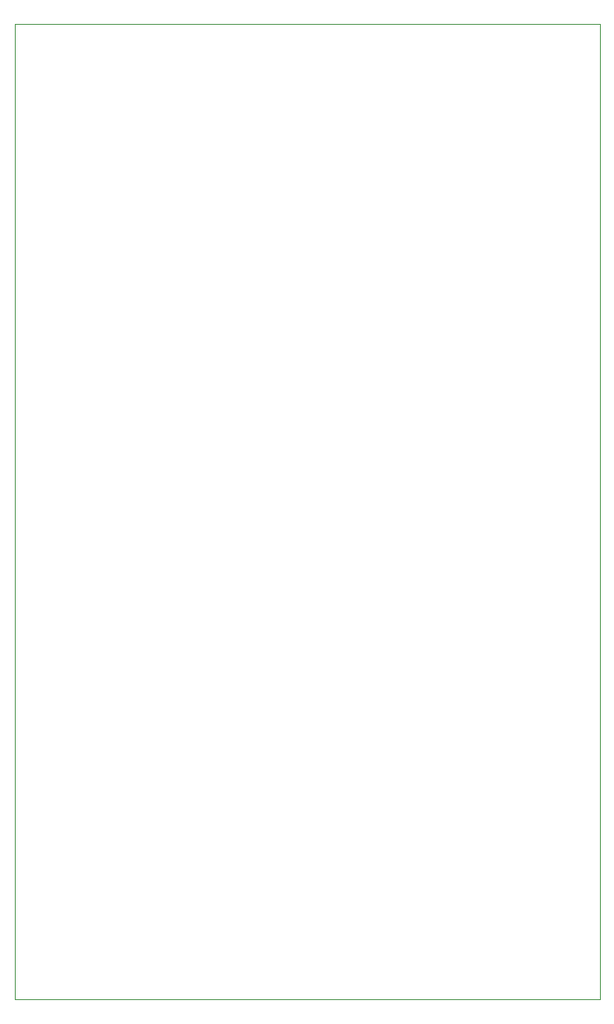
<source format=gm1>
G04*
G04 #@! TF.GenerationSoftware,Altium Limited,Altium Designer,20.0.13 (296)*
G04*
G04 Layer_Color=16711935*
%FSLAX24Y24*%
%MOIN*%
G70*
G01*
G75*
%ADD14C,0.0010*%
D14*
X0Y0D02*
Y39370D01*
X23622D01*
X23622Y0D01*
X0D02*
X23622D01*
X0D02*
Y39370D01*
X23622D01*
X23622Y0D01*
X0D02*
X23622D01*
M02*

</source>
